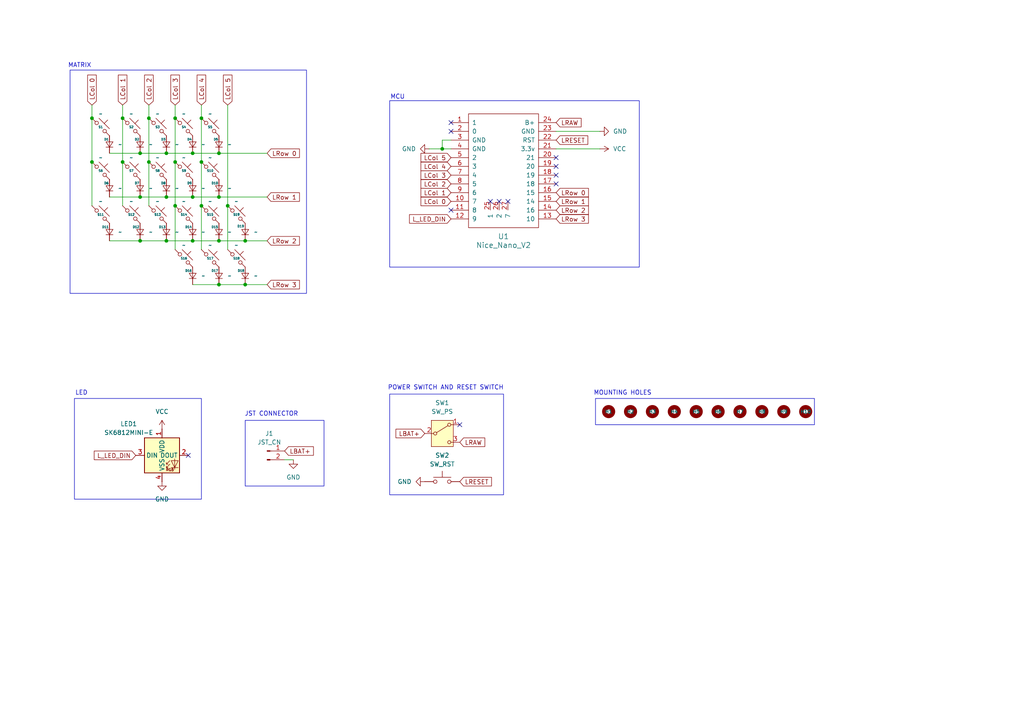
<source format=kicad_sch>
(kicad_sch (version 20250114) (generator "eeschema") (generator_version "9.0")
  (paper "A4")
  (lib_symbols
    (symbol "Connector:Conn_01x02_Pin" (pin_names (offset 1.016) (hide yes))
      (property "Reference" "J" (at 0 2.54 0))
      (property "Value" "Conn_01x02_Pin" (at 0 -5.08 0))
      (symbol "Conn_01x02_Pin_1_1"
        (rectangle (start 0.8636 0.127) (end 0 -0.127) (stroke (width 0.1524)) (fill (type outline)))
        (rectangle (start 0.8636 -2.413) (end 0 -2.667) (stroke (width 0.1524)) (fill (type outline)))
        (polyline (pts (xy 1.27 0) (xy 0.8636 0)) (stroke (width 0.1524)))
        (polyline (pts (xy 1.27 -2.54) (xy 0.8636 -2.54)) (stroke (width 0.1524)))
        (pin passive line (at 5.08 0 180) (length 3.81) (name "Pin_1") (number "1"))
        (pin passive line (at 5.08 -2.54 180) (length 3.81) (name "Pin_2") (number "2"))
      )
    )
    (symbol "PCM_marbastlib-various:SK6812MINI-E"
      (property "Reference" "LED" (at 2.54 6.35 0))
      (property "Value" "SK6812MINI-E" (at 7.62 -6.35 0))
      (symbol "SK6812MINI-E_0_0"
        (text "RGB" (at 2.286 -4.191 0) (effects (font (size 0.762 0.762))))
      )
      (symbol "SK6812MINI-E_0_1"
        (polyline (pts (xy 1.27 -2.54) (xy 1.778 -2.54)))
        (polyline (pts (xy 1.27 -3.556) (xy 1.778 -3.556)))
        (polyline (pts (xy 2.286 -1.524) (xy 1.27 -2.54) (xy 1.27 -2.032)))
        (polyline (pts (xy 2.286 -2.54) (xy 1.27 -3.556) (xy 1.27 -3.048)))
        (polyline (pts (xy 3.683 -1.016) (xy 3.683 -3.556) (xy 3.683 -4.064)))
        (polyline (pts (xy 4.699 -1.524) (xy 2.667 -1.524) (xy 3.683 -3.556) (xy 4.699 -1.524)))
        (polyline (pts (xy 4.699 -3.556) (xy 2.667 -3.556)))
        (rectangle (start 5.08 5.08) (end -5.08 -5.08) (stroke (width 0.254)) (fill (type background)))
      )
      (symbol "SK6812MINI-E_1_1"
        (pin input line (at -7.62 0 0) (length 2.54) (name "DIN") (number "3"))
        (pin power_in line (at 0 7.62 270) (length 2.54) (name "VDD") (number "1"))
        (pin power_in line (at 0 -7.62 90) (length 2.54) (name "VSS") (number "4"))
        (pin output line (at 7.62 0 180) (length 2.54) (name "DOUT") (number "2"))
      )
    )
    (symbol "ScottoKeebs:MCU_Nice_Nano_V2" (pin_names (offset 1.016))
      (property "Reference" "U" (at 0 0 0))
      (property "Value" "Nice_Nano_V2" (at 0 -19.05 0))
      (symbol "MCU_Nice_Nano_V2_0_1"
        (rectangle (start -10.16 16.51) (end 10.16 -16.51))
      )
      (symbol "MCU_Nice_Nano_V2_1_1"
        (pin input line (at -15.24 13.97 0) (length 5.08) (name "1") (number "1"))
        (pin input line (at -15.24 11.43 0) (length 5.08) (name "0") (number "2"))
        (pin input line (at -15.24 8.89 0) (length 5.08) (name "GND") (number "3"))
        (pin input line (at -15.24 6.35 0) (length 5.08) (name "GND") (number "4"))
        (pin input line (at -15.24 3.81 0) (length 5.08) (name "2") (number "5"))
        (pin input line (at -15.24 1.27 0) (length 5.08) (name "3") (number "6"))
        (pin input line (at -15.24 -1.27 0) (length 5.08) (name "4") (number "7"))
        (pin input line (at -15.24 -3.81 0) (length 5.08) (name "5") (number "8"))
        (pin input line (at -15.24 -6.35 0) (length 5.08) (name "6") (number "9"))
        (pin input line (at -15.24 -8.89 0) (length 5.08) (name "7") (number "10"))
        (pin input line (at -15.24 -11.43 0) (length 5.08) (name "8") (number "11"))
        (pin input line (at -15.24 -13.97 0) (length 5.08) (name "9") (number "12"))
        (pin input line (at -3.81 -8.89 270) (length 2.5) (name "1") (number "25"))
        (pin input line (at -1.27 -8.89 270) (length 2.5) (name "2") (number "26"))
        (pin input line (at 1.27 -8.89 270) (length 2.5) (name "7") (number "27"))
        (pin input line (at 15.24 13.97 180) (length 5.08) (name "B+") (number "24"))
        (pin input line (at 15.24 11.43 180) (length 5.08) (name "GND") (number "23"))
        (pin input line (at 15.24 8.89 180) (length 5.08) (name "RST") (number "22"))
        (pin input line (at 15.24 6.35 180) (length 5.08) (name "3.3v") (number "21"))
        (pin input line (at 15.24 3.81 180) (length 5.08) (name "21") (number "20"))
        (pin input line (at 15.24 1.27 180) (length 5.08) (name "20") (number "19"))
        (pin input line (at 15.24 -1.27 180) (length 5.08) (name "19") (number "18"))
        (pin input line (at 15.24 -3.81 180) (length 5.08) (name "18") (number "17"))
        (pin input line (at 15.24 -6.35 180) (length 5.08) (name "15") (number "16"))
        (pin input line (at 15.24 -8.89 180) (length 5.08) (name "14") (number "15"))
        (pin input line (at 15.24 -11.43 180) (length 5.08) (name "16") (number "14"))
        (pin input line (at 15.24 -13.97 180) (length 5.08) (name "10") (number "13"))
      )
    )
    (symbol "ScottoKeebs:Placeholder_Diode" (pin_numbers (hide yes)) (pin_names (hide yes))
      (property "Reference" "D" (at -0.15 1.066 0))
      (symbol "Placeholder_Diode_0_1"
        (polyline (pts (xy 0 -0.762) (xy 0 0.762)))
      )
      (symbol "Placeholder_Diode_1_1"
        (polyline (pts (xy 1.016 0.762) (xy 0 -0.762) (xy -1.016 0.762) (xy 1.016 0.762)) (stroke (width 0.1524)))
        (polyline (pts (xy 1.016 -0.762) (xy -1.016 -0.762)) (stroke (width 0.1524)))
        (pin passive line (at 0 2.54 270) (length 1.778) (name "A") (number "2"))
        (pin passive line (at 0 -2.54 90) (length 1.778) (name "K") (number "1"))
      )
    )
    (symbol "ScottoKeebs:Placeholder_Keyswitch" (pin_numbers (hide yes)) (pin_names (offset 1.016) (hide yes))
      (property "Reference" "S" (at 0 0 0))
      (symbol "Placeholder_Keyswitch_0_1"
        (polyline (pts (xy -2.54 2.54) (xy -1.524 1.524) (xy -1.524 1.524)))
        (circle (center -1.1684 1.1684) (radius 0.508))
        (polyline (pts (xy -0.508 2.54) (xy 2.54 -0.508)))
        (polyline (pts (xy 1.016 1.016) (xy 2.032 2.032)))
        (circle (center 1.143 -1.1938) (radius 0.508))
        (polyline (pts (xy 1.524 -1.524) (xy 2.54 -2.54) (xy 2.54 -2.54) (xy 2.54 -2.54)))
        (pin passive line (at -2.54 2.54 0) (length 0) (name "1") (number "1"))
        (pin passive line (at 2.54 -2.54 180) (length 0) (name "2") (number "2"))
      )
    )
    (symbol "ScottoKeebs:Placeholder_Mounting_Hole" (pin_names (offset 1.016))
      (property "Reference" "H" (at 0 0 0))
      (symbol "Placeholder_Mounting_Hole_0_1"
        (circle (center 0 0) (radius 1.27) (stroke (width 1.27)))
      )
    )
    (symbol "Switch:SW_Push" (pin_numbers (hide yes)) (pin_names (offset 1.016) (hide yes))
      (property "Reference" "SW" (at 1.27 2.54 0))
      (property "Value" "SW_Push" (at 0 -1.524 0))
      (symbol "SW_Push_0_1"
        (circle (center -2.032 0) (radius 0.508))
        (polyline (pts (xy 0 1.27) (xy 0 3.048)))
        (circle (center 2.032 0) (radius 0.508))
        (polyline (pts (xy 2.54 1.27) (xy -2.54 1.27)))
        (pin passive line (at -5.08 0 0) (length 2.54) (name "1") (number "1"))
        (pin passive line (at 5.08 0 180) (length 2.54) (name "2") (number "2"))
      )
    )
    (symbol "Switch:SW_SPDT" (pin_names (offset 0) (hide yes))
      (property "Reference" "SW" (at 0 5.08 0))
      (property "Value" "SW_SPDT" (at 0 -5.08 0))
      (symbol "SW_SPDT_0_1"
        (circle (center -2.032 0) (radius 0.4572))
        (polyline (pts (xy -1.651 0.254) (xy 1.651 2.286)))
        (circle (center 2.032 2.54) (radius 0.4572))
        (circle (center 2.032 -2.54) (radius 0.4572))
      )
      (symbol "SW_SPDT_1_1"
        (rectangle (start -3.175 3.81) (end 3.175 -3.81) (fill (type background)))
        (pin passive line (at -5.08 0 0) (length 2.54) (name "B") (number "2"))
        (pin passive line (at 5.08 2.54 180) (length 2.54) (name "A") (number "1"))
        (pin passive line (at 5.08 -2.54 180) (length 2.54) (name "C") (number "3"))
      )
    )
    (symbol "power:GND" (power) (pin_numbers (hide yes)) (pin_names (offset 0) (hide yes))
      (property "Value" "GND" (at 0 -3.81 0))
      (symbol "GND_0_1"
        (polyline (pts (xy 0 0) (xy 0 -1.27) (xy 1.27 -1.27) (xy 0 -2.54) (xy -1.27 -1.27) (xy 0 -1.27)))
      )
      (symbol "GND_1_1"
        (pin power_in line (at 0 0 270) (length 0) (name "~") (number "1"))
      )
    )
    (symbol "power:VCC" (power) (pin_numbers (hide yes)) (pin_names (offset 0) (hide yes))
      (property "Value" "VCC" (at 0 3.556 0))
      (symbol "VCC_0_1"
        (polyline (pts (xy -0.762 1.27) (xy 0 2.54)))
        (polyline (pts (xy 0 2.54) (xy 0.762 1.27)))
        (polyline (pts (xy 0 0) (xy 0 2.54)))
      )
      (symbol "VCC_1_1"
        (pin power_in line (at 0 0 90) (length 0) (name "~") (number "1"))
      )
    )
  )
  (rectangle (start 20.32 20.32) (end 88.9 85.09))
  (rectangle (start 21.59 115.57) (end 58.42 144.78))
  (rectangle (start 172.72 115.57) (end 236.22 123.19))
  (rectangle (start 71.12 121.92) (end 93.98 140.97))
  (rectangle (start 113.03 114.3) (end 146.05 143.51))
  (rectangle (start 113.03 29.21) (end 185.42 77.47))
  (text "MATRIX\n" (at 23.114 19.05 0) (effects (font (size 1.27 1.27))))
  (text "JST CONNECTOR\n" (at 78.74 120.142 0) (effects (font (size 1.27 1.27))))
  (text "POWER SWITCH AND RESET SWITCH\n" (at 129.286 112.522 0) (effects (font (size 1.27 1.27))))
  (text "MCU\n" (at 115.316 28.194 0) (effects (font (size 1.27 1.27))))
  (text "MOUNTING HOLES\n" (at 180.594 114.046 0) (effects (font (size 1.27 1.27))))
  (text "LED" (at 23.622 114.046 0) (effects (font (size 1.27 1.27))))
  (junction (at 63.5 69.85))
  (junction (at 40.64 57.15))
  (junction (at 55.88 44.45))
  (junction (at 50.8 34.29))
  (junction (at 58.42 34.29))
  (junction (at 48.26 57.15))
  (junction (at 63.5 57.15))
  (junction (at 63.5 82.55))
  (junction (at 55.88 57.15))
  (junction (at 48.26 69.85))
  (junction (at 43.18 34.29))
  (junction (at 40.64 69.85))
  (junction (at 50.8 59.69))
  (junction (at 35.56 46.99))
  (junction (at 50.8 46.99))
  (junction (at 55.88 69.85))
  (junction (at 71.12 69.85))
  (junction (at 128.27 43.18))
  (junction (at 26.67 34.29))
  (junction (at 40.64 44.45))
  (junction (at 63.5 44.45))
  (junction (at 26.67 46.99))
  (junction (at 66.04 59.69))
  (junction (at 58.42 59.69))
  (junction (at 71.12 82.55))
  (junction (at 43.18 46.99))
  (junction (at 48.26 44.45))
  (junction (at 35.56 34.29))
  (junction (at 58.42 46.99))
  (no_connect (at 130.81 35.56))
  (no_connect (at 54.61 132.08))
  (no_connect (at 142.24 58.42))
  (no_connect (at 161.29 48.26))
  (no_connect (at 161.29 50.8))
  (no_connect (at 147.32 58.42))
  (no_connect (at 130.81 60.96))
  (no_connect (at 133.35 123.19))
  (no_connect (at 144.78 58.42))
  (no_connect (at 161.29 53.34))
  (no_connect (at 161.29 45.72))
  (no_connect (at 130.81 38.1))
  (wire (pts (xy 128.27 43.18) (xy 130.81 43.18)))
  (wire (pts (xy 26.67 46.99) (xy 26.67 59.69)))
  (wire (pts (xy 26.67 34.29) (xy 26.67 46.99)))
  (wire (pts (xy 128.27 40.64) (xy 128.27 43.18)))
  (wire (pts (xy 63.5 69.85) (xy 71.12 69.85)))
  (wire (pts (xy 71.12 69.85) (xy 77.47 69.85)))
  (wire (pts (xy 66.04 59.69) (xy 66.04 72.39)))
  (wire (pts (xy 58.42 46.99) (xy 58.42 59.69)))
  (wire (pts (xy 55.88 44.45) (xy 63.5 44.45)))
  (wire (pts (xy 40.64 44.45) (xy 48.26 44.45)))
  (wire (pts (xy 55.88 69.85) (xy 63.5 69.85)))
  (wire (pts (xy 130.81 40.64) (xy 128.27 40.64)))
  (wire (pts (xy 63.5 82.55) (xy 71.12 82.55)))
  (wire (pts (xy 26.67 30.48) (xy 26.67 34.29)))
  (wire (pts (xy 48.26 57.15) (xy 55.88 57.15)))
  (wire (pts (xy 31.75 69.85) (xy 40.64 69.85)))
  (wire (pts (xy 31.75 44.45) (xy 40.64 44.45)))
  (wire (pts (xy 35.56 34.29) (xy 35.56 46.99)))
  (wire (pts (xy 161.29 43.18) (xy 173.99 43.18)))
  (wire (pts (xy 50.8 34.29) (xy 50.8 46.99)))
  (wire (pts (xy 77.47 57.15) (xy 63.5 57.15)))
  (wire (pts (xy 55.88 57.15) (xy 63.5 57.15)))
  (wire (pts (xy 43.18 34.29) (xy 43.18 46.99)))
  (wire (pts (xy 161.29 38.1) (xy 173.99 38.1)))
  (wire (pts (xy 50.8 59.69) (xy 50.8 72.39)))
  (wire (pts (xy 124.46 43.18) (xy 128.27 43.18)))
  (wire (pts (xy 43.18 30.48) (xy 43.18 34.29)))
  (wire (pts (xy 43.18 46.99) (xy 43.18 59.69)))
  (wire (pts (xy 48.26 44.45) (xy 55.88 44.45)))
  (wire (pts (xy 58.42 34.29) (xy 58.42 46.99)))
  (wire (pts (xy 35.56 30.48) (xy 35.56 34.29)))
  (wire (pts (xy 63.5 44.45) (xy 77.47 44.45)))
  (wire (pts (xy 50.8 30.48) (xy 50.8 34.29)))
  (wire (pts (xy 48.26 69.85) (xy 55.88 69.85)))
  (wire (pts (xy 31.75 57.15) (xy 40.64 57.15)))
  (wire (pts (xy 55.88 82.55) (xy 63.5 82.55)))
  (wire (pts (xy 40.64 69.85) (xy 48.26 69.85)))
  (wire (pts (xy 66.04 30.48) (xy 66.04 59.69)))
  (wire (pts (xy 71.12 82.55) (xy 77.47 82.55)))
  (wire (pts (xy 40.64 57.15) (xy 48.26 57.15)))
  (wire (pts (xy 50.8 46.99) (xy 50.8 59.69)))
  (wire (pts (xy 58.42 59.69) (xy 58.42 72.39)))
  (wire (pts (xy 82.55 133.35) (xy 85.09 133.35)))
  (wire (pts (xy 35.56 46.99) (xy 35.56 59.69)))
  (wire (pts (xy 58.42 30.48) (xy 58.42 34.29)))
  (global_label "L_LED_DIN" (shape input) (at 130.81 63.5 180) (property "Intersheetrefs" "${INTERSHEET_REFS}" (effects (hide yes))))
  (global_label "LRow 0" (shape input) (at 77.47 44.45 0) (property "Intersheetrefs" "${INTERSHEET_REFS}" (effects (hide yes))))
  (global_label "LRow 1" (shape input) (at 77.47 57.15 0) (property "Intersheetrefs" "${INTERSHEET_REFS}" (effects (hide yes))))
  (global_label "LCol 2" (shape input) (at 130.81 53.34 180) (property "Intersheetrefs" "${INTERSHEET_REFS}" (effects (hide yes))))
  (global_label "LCol 0" (shape input) (at 130.81 58.42 180) (property "Intersheetrefs" "${INTERSHEET_REFS}" (effects (hide yes))))
  (global_label "LRAW" (shape input) (at 161.29 35.56 0) (property "Intersheetrefs" "${INTERSHEET_REFS}" (effects (hide yes))))
  (global_label "LRESET" (shape input) (at 133.35 139.7 0) (property "Intersheetrefs" "${INTERSHEET_REFS}" (effects (hide yes))))
  (global_label "LCol 3" (shape input) (at 50.8 30.48 90) (property "Intersheetrefs" "${INTERSHEET_REFS}" (effects (hide yes))))
  (global_label "LRESET" (shape input) (at 161.29 40.64 0) (property "Intersheetrefs" "${INTERSHEET_REFS}" (effects (hide yes))))
  (global_label "LRow 0" (shape input) (at 161.29 55.88 0) (property "Intersheetrefs" "${INTERSHEET_REFS}" (effects (hide yes))))
  (global_label "LCol 2" (shape input) (at 43.18 30.48 90) (property "Intersheetrefs" "${INTERSHEET_REFS}" (effects (hide yes))))
  (global_label "LCol 5" (shape input) (at 66.04 30.48 90) (property "Intersheetrefs" "${INTERSHEET_REFS}" (effects (hide yes))))
  (global_label "LBAT+" (shape input) (at 82.55 130.81 0) (property "Intersheetrefs" "${INTERSHEET_REFS}" (effects (hide yes))))
  (global_label "LCol 0" (shape input) (at 26.67 30.48 90) (property "Intersheetrefs" "${INTERSHEET_REFS}" (effects (hide yes))))
  (global_label "L_LED_DIN" (shape input) (at 39.37 132.08 180) (property "Intersheetrefs" "${INTERSHEET_REFS}" (effects (hide yes))))
  (global_label "LRow 1" (shape input) (at 161.29 58.42 0) (property "Intersheetrefs" "${INTERSHEET_REFS}" (effects (hide yes))))
  (global_label "LRow 2" (shape input) (at 77.47 69.85 0) (property "Intersheetrefs" "${INTERSHEET_REFS}" (effects (hide yes))))
  (global_label "LRow 3" (shape input) (at 161.29 63.5 0) (property "Intersheetrefs" "${INTERSHEET_REFS}" (effects (hide yes))))
  (global_label "LCol 3" (shape input) (at 130.81 50.8 180) (property "Intersheetrefs" "${INTERSHEET_REFS}" (effects (hide yes))))
  (global_label "LCol 1" (shape input) (at 130.81 55.88 180) (property "Intersheetrefs" "${INTERSHEET_REFS}" (effects (hide yes))))
  (global_label "LCol 1" (shape input) (at 35.56 30.48 90) (property "Intersheetrefs" "${INTERSHEET_REFS}" (effects (hide yes))))
  (global_label "LRAW" (shape input) (at 133.35 128.27 0) (property "Intersheetrefs" "${INTERSHEET_REFS}" (effects (hide yes))))
  (global_label "LCol 4" (shape input) (at 58.42 30.48 90) (property "Intersheetrefs" "${INTERSHEET_REFS}" (effects (hide yes))))
  (global_label "LBAT+" (shape input) (at 123.19 125.73 180) (property "Intersheetrefs" "${INTERSHEET_REFS}" (effects (hide yes))))
  (global_label "LRow 2" (shape input) (at 161.29 60.96 0) (property "Intersheetrefs" "${INTERSHEET_REFS}" (effects (hide yes))))
  (global_label "LCol 5" (shape input) (at 130.81 45.72 180) (property "Intersheetrefs" "${INTERSHEET_REFS}" (effects (hide yes))))
  (global_label "LCol 4" (shape input) (at 130.81 48.26 180) (property "Intersheetrefs" "${INTERSHEET_REFS}" (effects (hide yes))))
  (global_label "LRow 3" (shape input) (at 77.47 82.55 0) (property "Intersheetrefs" "${INTERSHEET_REFS}" (effects (hide yes))))
  (symbol (lib_id "ScottoKeebs:Placeholder_Keyswitch") (at 53.34 62.23 0) (unit 1)
    (property "Reference" "S14" (at 53.34 62.23 0) (effects (font (size 0.635 0.635) (thickness 0.127) (bold yes))))
    (property "Value" "~" (at 53.34 58.42 0))
    (property "Footprint" "ScottoKeebs_Hotswap:Hotswap_Choc_V1_1.00u" (effects (hide yes)))
  )
  (symbol (lib_id "ScottoKeebs:Placeholder_Mounting_Hole") (at 182.88 119.38 0) (unit 1)
    (property "Reference" "H2" (at 182.88 119.38 0) (effects (font (size 1 1) (thickness 0.2) (bold yes))))
    (property "Footprint" "MountingHole:MountingHole_2.2mm_M2_DIN965" (effects (hide yes)))
  )
  (symbol (lib_id "ScottoKeebs:Placeholder_Keyswitch") (at 38.1 36.83 0) (unit 1)
    (property "Reference" "S2" (at 38.1 36.83 0) (effects (font (size 0.635 0.635) (thickness 0.127) (bold yes))))
    (property "Value" "~" (at 38.1 33.02 0))
    (property "Footprint" "ScottoKeebs_Hotswap:Hotswap_Choc_V1_1.00u" (effects (hide yes)))
  )
  (symbol (lib_id "ScottoKeebs:Placeholder_Diode") (at 63.5 54.61 0) (unit 1)
    (property "Reference" "D10" (at 63.35 53.544 0) (effects (font (size 0.635 0.635) (thickness 0.127) (bold yes)) (justify right bottom)))
    (property "Value" "~" (at 66.04 54.61 0) (effects (justify left)))
    (property "Footprint" "ScottoKeebs_Components:Diode_SOD-123" (effects (hide yes)))
  )
  (symbol (lib_id "ScottoKeebs:Placeholder_Diode") (at 63.5 41.91 0) (unit 1)
    (property "Reference" "D5" (at 63.35 40.844 0) (effects (font (size 0.635 0.635) (thickness 0.127) (bold yes)) (justify right bottom)))
    (property "Value" "~" (at 66.04 41.91 0) (effects (justify left)))
    (property "Footprint" "ScottoKeebs_Components:Diode_SOD-123" (effects (hide yes)))
  )
  (symbol (lib_id "ScottoKeebs:Placeholder_Mounting_Hole") (at 233.68 119.38 0) (unit 1)
    (property "Reference" "H10" (at 233.68 119.38 0) (effects (font (size 1 1) (thickness 0.2) (bold yes))))
    (property "Footprint" "MountingHole:MountingHole_2.2mm_M2_DIN965" (effects (hide yes)))
  )
  (symbol (lib_id "ScottoKeebs:Placeholder_Diode") (at 48.26 67.31 0) (unit 1)
    (property "Reference" "D13" (at 48.11 66.244 0) (effects (font (size 0.635 0.635) (thickness 0.127) (bold yes)) (justify right bottom)))
    (property "Value" "~" (at 50.8 67.31 0) (effects (justify left)))
    (property "Footprint" "ScottoKeebs_Components:Diode_SOD-123" (effects (hide yes)))
  )
  (symbol (lib_id "ScottoKeebs:Placeholder_Keyswitch") (at 29.21 62.23 0) (unit 1)
    (property "Reference" "S11" (at 29.21 62.23 0) (effects (font (size 0.635 0.635) (thickness 0.127) (bold yes))))
    (property "Value" "~" (at 29.21 58.42 0))
    (property "Footprint" "ScottoKeebs_Hotswap:Hotswap_Choc_V1_1.00u" (effects (hide yes)))
  )
  (symbol (lib_id "ScottoKeebs:Placeholder_Diode") (at 63.5 67.31 0) (unit 1)
    (property "Reference" "D15" (at 63.35 66.244 0) (effects (font (size 0.635 0.635) (thickness 0.127) (bold yes)) (justify right bottom)))
    (property "Value" "~" (at 66.04 67.31 0) (effects (justify left)))
    (property "Footprint" "ScottoKeebs_Components:Diode_SOD-123" (effects (hide yes)))
  )
  (symbol (lib_id "ScottoKeebs:Placeholder_Keyswitch") (at 68.58 74.93 0) (unit 1)
    (property "Reference" "S18" (at 68.58 74.93 0) (effects (font (size 0.635 0.635) (thickness 0.127) (bold yes))))
    (property "Value" "~" (at 68.58 71.12 0))
    (property "Footprint" "ScottoKeebs_Hotswap:Hotswap_Choc_V1_1.00u" (effects (hide yes)))
  )
  (symbol (lib_id "power:VCC") (at 173.99 43.18 270) (unit 1)
    (property "Reference" "#PWR014" (effects (hide yes)))
    (property "Value" "VCC" (at 177.8 43.1799 90) (effects (justify left)))
    (property "Description" "Power symbol creates a global label with name \"VCC\"" (effects (hide yes)))
  )
  (symbol (lib_id "ScottoKeebs:Placeholder_Keyswitch") (at 45.72 49.53 0) (unit 1)
    (property "Reference" "S8" (at 45.72 49.53 0) (effects (font (size 0.635 0.635) (thickness 0.127) (bold yes))))
    (property "Value" "~" (at 45.72 45.72 0))
    (property "Footprint" "ScottoKeebs_Hotswap:Hotswap_Choc_V1_1.00u" (effects (hide yes)))
  )
  (symbol (lib_id "ScottoKeebs:Placeholder_Diode") (at 55.88 41.91 0) (unit 1)
    (property "Reference" "D4" (at 55.73 40.844 0) (effects (font (size 0.635 0.635) (thickness 0.127) (bold yes)) (justify right bottom)))
    (property "Value" "~" (at 58.42 41.91 0) (effects (justify left)))
    (property "Footprint" "ScottoKeebs_Components:Diode_SOD-123" (effects (hide yes)))
  )
  (symbol (lib_id "power:GND") (at 124.46 43.18 270) (unit 1)
    (property "Reference" "#PWR011" (effects (hide yes)))
    (property "Value" "GND" (at 120.65 43.1799 90) (effects (justify right)))
    (property "Description" "Power symbol creates a global label with name \"GND\" , ground" (effects (hide yes)))
  )
  (symbol (lib_id "ScottoKeebs:Placeholder_Diode") (at 40.64 41.91 0) (unit 1)
    (property "Reference" "D2" (at 40.49 40.844 0) (effects (font (size 0.635 0.635) (thickness 0.127) (bold yes)) (justify right bottom)))
    (property "Value" "~" (at 43.18 41.91 0) (effects (justify left)))
    (property "Footprint" "ScottoKeebs_Components:Diode_SOD-123" (effects (hide yes)))
  )
  (symbol (lib_id "ScottoKeebs:Placeholder_Diode") (at 55.88 67.31 0) (unit 1)
    (property "Reference" "D14" (at 55.73 66.244 0) (effects (font (size 0.635 0.635) (thickness 0.127) (bold yes)) (justify right bottom)))
    (property "Value" "~" (at 58.42 67.31 0) (effects (justify left)))
    (property "Footprint" "ScottoKeebs_Components:Diode_SOD-123" (effects (hide yes)))
  )
  (symbol (lib_id "ScottoKeebs:Placeholder_Keyswitch") (at 45.72 62.23 0) (unit 1)
    (property "Reference" "S13" (at 45.72 62.23 0) (effects (font (size 0.635 0.635) (thickness 0.127) (bold yes))))
    (property "Value" "~" (at 45.72 58.42 0))
    (property "Footprint" "ScottoKeebs_Hotswap:Hotswap_Choc_V1_1.00u" (effects (hide yes)))
  )
  (symbol (lib_id "ScottoKeebs:Placeholder_Diode") (at 63.5 80.01 0) (unit 1)
    (property "Reference" "D17" (at 63.35 78.944 0) (effects (font (size 0.635 0.635) (thickness 0.127) (bold yes)) (justify right bottom)))
    (property "Value" "~" (at 66.04 80.01 0) (effects (justify left)))
    (property "Footprint" "ScottoKeebs_Components:Diode_SOD-123" (effects (hide yes)))
  )
  (symbol (lib_id "ScottoKeebs:Placeholder_Keyswitch") (at 60.96 74.93 0) (unit 1)
    (property "Reference" "S17" (at 60.96 74.93 0) (effects (font (size 0.635 0.635) (thickness 0.127) (bold yes))))
    (property "Value" "~" (at 60.96 71.12 0))
    (property "Footprint" "ScottoKeebs_Hotswap:Hotswap_Choc_V1_1.00u" (effects (hide yes)))
  )
  (symbol (lib_id "ScottoKeebs:Placeholder_Mounting_Hole") (at 220.98 119.38 0) (unit 1)
    (property "Reference" "H8" (at 220.98 119.38 0) (effects (font (size 1 1) (thickness 0.2) (bold yes))))
    (property "Footprint" "MountingHole:MountingHole_2.2mm_M2_DIN965" (effects (hide yes)))
  )
  (symbol (lib_id "power:GND") (at 173.99 38.1 90) (unit 1)
    (property "Reference" "#PWR013" (effects (hide yes)))
    (property "Value" "GND" (at 177.8 38.0999 90) (effects (justify right)))
    (property "Description" "Power symbol creates a global label with name \"GND\" , ground" (effects (hide yes)))
  )
  (symbol (lib_id "ScottoKeebs:Placeholder_Diode") (at 48.26 54.61 0) (unit 1)
    (property "Reference" "D8" (at 48.11 53.544 0) (effects (font (size 0.635 0.635) (thickness 0.127) (bold yes)) (justify right bottom)))
    (property "Value" "~" (at 50.8 54.61 0) (effects (justify left)))
    (property "Footprint" "ScottoKeebs_Components:Diode_SOD-123" (effects (hide yes)))
  )
  (symbol (lib_id "ScottoKeebs:Placeholder_Keyswitch") (at 29.21 49.53 0) (unit 1)
    (property "Reference" "S6" (at 29.21 49.53 0) (effects (font (size 0.635 0.635) (thickness 0.127) (bold yes))))
    (property "Value" "~" (at 29.21 45.72 0))
    (property "Footprint" "ScottoKeebs_Hotswap:Hotswap_Choc_V1_1.00u" (effects (hide yes)))
  )
  (symbol (lib_id "Connector:Conn_01x02_Pin") (at 77.47 130.81 0) (unit 1)
    (property "Reference" "J1" (at 78.105 125.73 0))
    (property "Value" "JST_CN" (at 78.105 128.27 0))
    (property "Footprint" "Connector_JST:JST_PH_S2B-PH-K_1x02_P2.00mm_Horizontal" (effects (hide yes)))
    (property "Description" "Generic connector, single row, 01x02, script generated" (effects (hide yes)))
  )
  (symbol (lib_id "Switch:SW_Push") (at 128.27 139.7 0) (unit 1)
    (property "Reference" "SW2" (at 128.27 132.08 0))
    (property "Value" "SW_RST" (at 128.27 134.62 0))
    (property "Footprint" "Button_Switch_SMD:SW_SPST_B3U-1000P" (effects (hide yes)))
    (property "Description" "Push button switch, generic, two pins" (effects (hide yes)))
  )
  (symbol (lib_id "ScottoKeebs:Placeholder_Keyswitch") (at 68.58 62.23 0) (unit 1)
    (property "Reference" "S19" (at 68.58 62.23 0) (effects (font (size 0.635 0.635) (thickness 0.127) (bold yes))))
    (property "Value" "~" (at 68.58 58.42 0))
    (property "Footprint" "ScottoKeebs_Hotswap:Hotswap_Choc_V1_1.00u" (effects (hide yes)))
  )
  (symbol (lib_id "power:GND") (at 85.09 133.35 0) (unit 1)
    (property "Reference" "#PWR02" (effects (hide yes)))
    (property "Value" "GND" (at 85.09 138.43 0))
    (property "Description" "Power symbol creates a global label with name \"GND\" , ground" (effects (hide yes)))
  )
  (symbol (lib_id "ScottoKeebs:Placeholder_Keyswitch") (at 38.1 49.53 0) (unit 1)
    (property "Reference" "S7" (at 38.1 49.53 0) (effects (font (size 0.635 0.635) (thickness 0.127) (bold yes))))
    (property "Value" "~" (at 38.1 45.72 0))
    (property "Footprint" "ScottoKeebs_Hotswap:Hotswap_Choc_V1_1.00u" (effects (hide yes)))
  )
  (symbol (lib_id "power:VCC") (at 46.99 124.46 0) (unit 1)
    (property "Reference" "#PWR010" (effects (hide yes)))
    (property "Value" "VCC" (at 46.99 119.38 0))
    (property "Description" "Power symbol creates a global label with name \"VCC\"" (effects (hide yes)))
  )
  (symbol (lib_id "ScottoKeebs:Placeholder_Diode") (at 40.64 54.61 0) (unit 1)
    (property "Reference" "D7" (at 40.49 53.544 0) (effects (font (size 0.635 0.635) (thickness 0.127) (bold yes)) (justify right bottom)))
    (property "Value" "~" (at 43.18 54.61 0) (effects (justify left)))
    (property "Footprint" "ScottoKeebs_Components:Diode_SOD-123" (effects (hide yes)))
  )
  (symbol (lib_id "ScottoKeebs:Placeholder_Diode") (at 31.75 41.91 0) (unit 1)
    (property "Reference" "D1" (at 31.6 40.844 0) (effects (font (size 0.635 0.635) (thickness 0.127) (bold yes)) (justify right bottom)))
    (property "Value" "~" (at 34.29 41.91 0) (effects (justify left)))
    (property "Footprint" "ScottoKeebs_Components:Diode_SOD-123" (effects (hide yes)))
  )
  (symbol (lib_id "ScottoKeebs:Placeholder_Diode") (at 55.88 54.61 0) (unit 1)
    (property "Reference" "D9" (at 55.73 53.544 0) (effects (font (size 0.635 0.635) (thickness 0.127) (bold yes)) (justify right bottom)))
    (property "Value" "~" (at 58.42 54.61 0) (effects (justify left)))
    (property "Footprint" "ScottoKeebs_Components:Diode_SOD-123" (effects (hide yes)))
  )
  (symbol (lib_id "power:GND") (at 123.19 139.7 270) (unit 1)
    (property "Reference" "#PWR01" (effects (hide yes)))
    (property "Value" "GND" (at 119.38 139.6999 90) (effects (justify right)))
    (property "Description" "Power symbol creates a global label with name \"GND\" , ground" (effects (hide yes)))
  )
  (symbol (lib_id "ScottoKeebs:Placeholder_Mounting_Hole") (at 227.33 119.38 0) (unit 1)
    (property "Reference" "H9" (at 227.33 119.38 0) (effects (font (size 1 1) (thickness 0.2) (bold yes))))
    (property "Footprint" "MountingHole:MountingHole_2.2mm_M2_DIN965" (effects (hide yes)))
  )
  (symbol (lib_id "ScottoKeebs:Placeholder_Mounting_Hole") (at 201.93 119.38 0) (unit 1)
    (property "Reference" "H5" (at 201.93 119.38 0) (effects (font (size 1 1) (thickness 0.2) (bold yes))))
    (property "Footprint" "MountingHole:MountingHole_2.2mm_M2_DIN965" (effects (hide yes)))
  )
  (symbol (lib_id "ScottoKeebs:Placeholder_Diode") (at 71.12 67.31 0) (unit 1)
    (property "Reference" "D19" (at 70.866 66.04 0) (effects (font (size 0.635 0.635) (thickness 0.127) (bold yes)) (justify right bottom)))
    (property "Value" "~" (at 73.66 67.31 0) (effects (justify left)))
    (property "Footprint" "ScottoKeebs_Components:Diode_SOD-123" (effects (hide yes)))
  )
  (symbol (lib_id "ScottoKeebs:Placeholder_Diode") (at 55.88 80.01 0) (unit 1)
    (property "Reference" "D16" (at 55.73 78.944 0) (effects (font (size 0.635 0.635) (thickness 0.127) (bold yes)) (justify right bottom)))
    (property "Value" "~" (at 58.42 80.01 0) (effects (justify left)))
    (property "Footprint" "ScottoKeebs_Components:Diode_SOD-123" (effects (hide yes)))
  )
  (symbol (lib_id "ScottoKeebs:Placeholder_Keyswitch") (at 53.34 74.93 0) (unit 1)
    (property "Reference" "S16" (at 53.34 74.93 0) (effects (font (size 0.635 0.635) (thickness 0.127) (bold yes))))
    (property "Value" "~" (at 53.34 71.12 0))
    (property "Footprint" "ScottoKeebs_Hotswap:Hotswap_Choc_V1_1.00u" (effects (hide yes)))
  )
  (symbol (lib_id "ScottoKeebs:Placeholder_Diode") (at 40.64 67.31 0) (unit 1)
    (property "Reference" "D12" (at 40.49 66.244 0) (effects (font (size 0.635 0.635) (thickness 0.127) (bold yes)) (justify right bottom)))
    (property "Value" "~" (at 43.18 67.31 0) (effects (justify left)))
    (property "Footprint" "ScottoKeebs_Components:Diode_SOD-123" (effects (hide yes)))
  )
  (symbol (lib_id "ScottoKeebs:Placeholder_Diode") (at 71.12 80.01 0) (unit 1)
    (property "Reference" "D18" (at 70.97 78.944 0) (effects (font (size 0.635 0.635) (thickness 0.127) (bold yes)) (justify right bottom)))
    (property "Value" "~" (at 73.66 80.01 0) (effects (justify left)))
    (property "Footprint" "ScottoKeebs_Components:Diode_SOD-123" (effects (hide yes)))
  )
  (symbol (lib_id "ScottoKeebs:Placeholder_Keyswitch") (at 53.34 49.53 0) (unit 1)
    (property "Reference" "S9" (at 53.34 49.53 0) (effects (font (size 0.635 0.635) (thickness 0.127) (bold yes))))
    (property "Value" "~" (at 53.34 45.72 0))
    (property "Footprint" "ScottoKeebs_Hotswap:Hotswap_Choc_V1_1.00u" (effects (hide yes)))
  )
  (symbol (lib_id "power:GND") (at 46.99 139.7 0) (unit 1)
    (property "Reference" "#PWR08" (effects (hide yes)))
    (property "Value" "GND" (at 46.99 144.78 0))
    (property "Description" "Power symbol creates a global label with name \"GND\" , ground" (effects (hide yes)))
  )
  (symbol (lib_id "ScottoKeebs:Placeholder_Keyswitch") (at 29.21 36.83 0) (unit 1)
    (property "Reference" "S1" (at 29.21 36.83 0) (effects (font (size 0.635 0.635) (thickness 0.127) (bold yes))))
    (property "Value" "~" (at 29.21 33.02 0))
    (property "Footprint" "ScottoKeebs_Hotswap:Hotswap_Choc_V1_1.00u" (effects (hide yes)))
  )
  (symbol (lib_id "ScottoKeebs:Placeholder_Mounting_Hole") (at 195.58 119.38 0) (unit 1)
    (property "Reference" "H4" (at 195.58 119.38 0) (effects (font (size 1 1) (thickness 0.2) (bold yes))))
    (property "Footprint" "MountingHole:MountingHole_2.2mm_M2_DIN965" (effects (hide yes)))
  )
  (symbol (lib_id "ScottoKeebs:Placeholder_Keyswitch") (at 38.1 62.23 0) (unit 1)
    (property "Reference" "S12" (at 38.1 62.23 0) (effects (font (size 0.635 0.635) (thickness 0.127) (bold yes))))
    (property "Value" "~" (at 38.1 58.42 0))
    (property "Footprint" "ScottoKeebs_Hotswap:Hotswap_Choc_V1_1.00u" (effects (hide yes)))
  )
  (symbol (lib_id "ScottoKeebs:Placeholder_Mounting_Hole") (at 176.53 119.38 0) (unit 1)
    (property "Reference" "H1" (at 176.53 119.38 0) (effects (font (size 1 1) (thickness 0.2) (bold yes))))
    (property "Footprint" "MountingHole:MountingHole_2.2mm_M2_DIN965" (effects (hide yes)))
  )
  (symbol (lib_id "ScottoKeebs:Placeholder_Diode") (at 31.75 67.31 0) (unit 1)
    (property "Reference" "D11" (at 31.6 66.244 0) (effects (font (size 0.635 0.635) (thickness 0.127) (bold yes)) (justify right bottom)))
    (property "Value" "~" (at 34.29 67.31 0) (effects (justify left)))
    (property "Footprint" "ScottoKeebs_Components:Diode_SOD-123" (effects (hide yes)))
  )
  (symbol (lib_id "PCM_marbastlib-various:SK6812MINI-E") (at 46.99 132.08 0) (unit 1)
    (property "Reference" "LED1" (at 37.338 122.936 0))
    (property "Value" "SK6812MINI-E" (at 37.338 125.476 0))
    (property "Footprint" "PCM_marbastlib-various:LED_6028R" (effects (hide yes)))
    (property "Description" "Reverse mount adressable LED (WS2812 protocol)" (effects (hide yes)))
  )
  (symbol (lib_id "ScottoKeebs:Placeholder_Mounting_Hole") (at 189.23 119.38 0) (unit 1)
    (property "Reference" "H3" (at 189.23 119.38 0) (effects (font (size 1 1) (thickness 0.2) (bold yes))))
    (property "Footprint" "MountingHole:MountingHole_2.2mm_M2_DIN965" (effects (hide yes)))
  )
  (symbol (lib_id "ScottoKeebs:Placeholder_Mounting_Hole") (at 208.28 119.38 0) (unit 1)
    (property "Reference" "H6" (at 208.28 119.38 0) (effects (font (size 1 1) (thickness 0.2) (bold yes))))
    (property "Footprint" "MountingHole:MountingHole_2.2mm_M2_DIN965" (effects (hide yes)))
  )
  (symbol (lib_id "ScottoKeebs:Placeholder_Keyswitch") (at 53.34 36.83 0) (unit 1)
    (property "Reference" "S4" (at 53.34 36.83 0) (effects (font (size 0.635 0.635) (thickness 0.127) (bold yes))))
    (property "Value" "~" (at 53.34 33.02 0))
    (property "Footprint" "ScottoKeebs_Hotswap:Hotswap_Choc_V1_1.00u" (effects (hide yes)))
  )
  (symbol (lib_id "ScottoKeebs:Placeholder_Diode") (at 31.75 54.61 0) (unit 1)
    (property "Reference" "D6" (at 31.6 53.544 0) (effects (font (size 0.635 0.635) (thickness 0.127) (bold yes)) (justify right bottom)))
    (property "Value" "~" (at 34.29 54.61 0) (effects (justify left)))
    (property "Footprint" "ScottoKeebs_Components:Diode_SOD-123" (effects (hide yes)))
  )
  (symbol (lib_id "ScottoKeebs:Placeholder_Keyswitch") (at 60.96 49.53 0) (unit 1)
    (property "Reference" "S10" (at 60.96 49.53 0) (effects (font (size 0.635 0.635) (thickness 0.127) (bold yes))))
    (property "Value" "~" (at 60.96 45.72 0))
    (property "Footprint" "ScottoKeebs_Hotswap:Hotswap_Choc_V1_1.00u" (effects (hide yes)))
  )
  (symbol (lib_id "ScottoKeebs:Placeholder_Keyswitch") (at 60.96 62.23 0) (unit 1)
    (property "Reference" "S15" (at 60.96 62.23 0) (effects (font (size 0.635 0.635) (thickness 0.127) (bold yes))))
    (property "Value" "~" (at 60.96 58.42 0))
    (property "Footprint" "ScottoKeebs_Hotswap:Hotswap_Choc_V1_1.00u" (effects (hide yes)))
  )
  (symbol (lib_id "ScottoKeebs:Placeholder_Diode") (at 48.26 41.91 0) (unit 1)
    (property "Reference" "D3" (at 48.11 40.844 0) (effects (font (size 0.635 0.635) (thickness 0.127) (bold yes)) (justify right bottom)))
    (property "Value" "~" (at 50.8 41.91 0) (effects (justify left)))
    (property "Footprint" "ScottoKeebs_Components:Diode_SOD-123" (effects (hide yes)))
  )
  (symbol (lib_id "Switch:SW_SPDT") (at 128.27 125.73 0) (unit 1)
    (property "Reference" "SW1" (at 128.27 116.84 0))
    (property "Value" "SW_PS" (at 128.27 119.38 0))
    (property "Footprint" "PCM_marbastlib-various:SW_MSK12C02-HB" (effects (hide yes)))
    (property "Description" "Switch, single pole double throw" (effects (hide yes)))
  )
  (symbol (lib_id "ScottoKeebs:Placeholder_Keyswitch") (at 60.96 36.83 0) (unit 1)
    (property "Reference" "S5" (at 60.96 36.83 0) (effects (font (size 0.635 0.635) (thickness 0.127) (bold yes))))
    (property "Value" "~" (at 60.96 33.02 0))
    (property "Footprint" "ScottoKeebs_Hotswap:Hotswap_Choc_V1_1.00u" (effects (hide yes)))
  )
  (symbol (lib_id "ScottoKeebs:MCU_Nice_Nano_V2") (at 146.05 49.53 0) (unit 1)
    (property "Reference" "U1" (at 146.05 68.58 0) (effects (font (size 1.524 1.524))))
    (property "Value" "Nice_Nano_V2" (at 146.05 71.12 0) (effects (font (size 1.524 1.524))))
    (property "Footprint" "ScottoKeebs_MCU:Nice_Nano_V2_Flipped" (effects (hide yes)))
  )
  (symbol (lib_id "ScottoKeebs:Placeholder_Keyswitch") (at 45.72 36.83 0) (unit 1)
    (property "Reference" "S3" (at 45.72 36.83 0) (effects (font (size 0.635 0.635) (thickness 0.127) (bold yes))))
    (property "Value" "~" (at 45.72 33.02 0))
    (property "Footprint" "ScottoKeebs_Hotswap:Hotswap_Choc_V1_1.00u" (effects (hide yes)))
  )
  (symbol (lib_id "ScottoKeebs:Placeholder_Mounting_Hole") (at 214.63 119.38 0) (unit 1)
    (property "Reference" "H7" (at 214.63 119.38 0) (effects (font (size 1 1) (thickness 0.2) (bold yes))))
    (property "Footprint" "MountingHole:MountingHole_2.2mm_M2_DIN965" (effects (hide yes)))
  )
)
</source>
